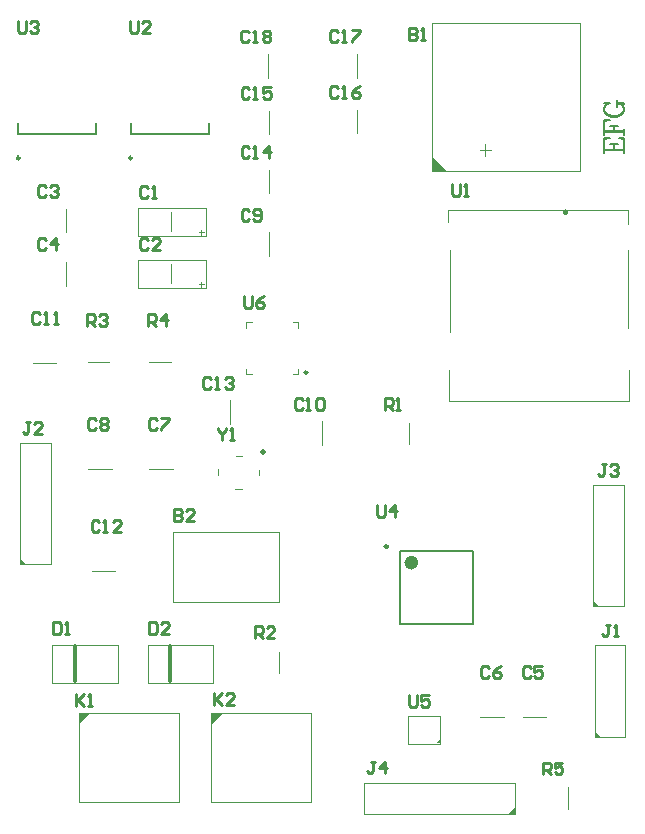
<source format=gto>
G04 Layer_Color=65535*
%FSLAX25Y25*%
%MOIN*%
G70*
G01*
G75*
%ADD30C,0.01000*%
%ADD31C,0.01181*%
%ADD42C,0.00984*%
%ADD43C,0.02362*%
%ADD44C,0.01968*%
%ADD45C,0.00394*%
%ADD46C,0.00787*%
G36*
X301780Y132831D02*
X299811D01*
Y134799D01*
X301780Y132831D01*
D02*
G37*
G36*
X127559Y136721D02*
Y140657D01*
X131496D01*
X127559Y136721D01*
D02*
G37*
G36*
X273059Y107102D02*
X270992D01*
X272862Y108972D01*
X273059D01*
Y107102D01*
D02*
G37*
G36*
X247941Y130724D02*
X246760D01*
X247941Y131905D01*
Y130724D01*
D02*
G37*
G36*
X110146Y190252D02*
X108079D01*
X108177Y190350D01*
Y192122D01*
X108276D01*
X110146Y190252D01*
D02*
G37*
G36*
X250398Y321535D02*
X245476D01*
Y326457D01*
X250398Y321535D01*
D02*
G37*
G36*
X171661Y136728D02*
Y140665D01*
X175598D01*
X171661Y136728D01*
D02*
G37*
G36*
X301091Y176236D02*
X299024D01*
X299122Y176335D01*
Y178106D01*
X299220D01*
X301091Y176236D01*
D02*
G37*
D30*
X237795Y369003D02*
Y365067D01*
X239763D01*
X240419Y365723D01*
Y366379D01*
X239763Y367035D01*
X237795D01*
X239763D01*
X240419Y367691D01*
Y368347D01*
X239763Y369003D01*
X237795D01*
X241731Y365067D02*
X243043D01*
X242387D01*
Y369003D01*
X241731Y368347D01*
X159483Y208814D02*
Y204878D01*
X161451D01*
X162107Y205534D01*
Y206190D01*
X161451Y206846D01*
X159483D01*
X161451D01*
X162107Y207502D01*
Y208158D01*
X161451Y208814D01*
X159483D01*
X166042Y204878D02*
X163418D01*
X166042Y207502D01*
Y208158D01*
X165386Y208814D01*
X164074D01*
X163418Y208158D01*
X150707Y315658D02*
X150050Y316314D01*
X148739D01*
X148083Y315658D01*
Y313034D01*
X148739Y312378D01*
X150050D01*
X150707Y313034D01*
X152018Y312378D02*
X153330D01*
X152674D01*
Y316314D01*
X152018Y315658D01*
X150707Y298358D02*
X150050Y299014D01*
X148739D01*
X148083Y298358D01*
Y295734D01*
X148739Y295078D01*
X150050D01*
X150707Y295734D01*
X154642Y295078D02*
X152018D01*
X154642Y297702D01*
Y298358D01*
X153986Y299014D01*
X152674D01*
X152018Y298358D01*
X116806Y316058D02*
X116150Y316714D01*
X114839D01*
X114183Y316058D01*
Y313434D01*
X114839Y312778D01*
X116150D01*
X116806Y313434D01*
X118118Y316058D02*
X118774Y316714D01*
X120086D01*
X120742Y316058D01*
Y315402D01*
X120086Y314746D01*
X119430D01*
X120086D01*
X120742Y314090D01*
Y313434D01*
X120086Y312778D01*
X118774D01*
X118118Y313434D01*
X116806Y298358D02*
X116150Y299014D01*
X114839D01*
X114183Y298358D01*
Y295734D01*
X114839Y295078D01*
X116150D01*
X116806Y295734D01*
X120086Y295078D02*
Y299014D01*
X118118Y297046D01*
X120742D01*
X278206Y155758D02*
X277551Y156414D01*
X276239D01*
X275583Y155758D01*
Y153134D01*
X276239Y152478D01*
X277551D01*
X278206Y153134D01*
X282142Y156414D02*
X279518D01*
Y154446D01*
X280830Y155102D01*
X281486D01*
X282142Y154446D01*
Y153134D01*
X281486Y152478D01*
X280174D01*
X279518Y153134D01*
X264435Y155748D02*
X263779Y156404D01*
X262467D01*
X261811Y155748D01*
Y153124D01*
X262467Y152469D01*
X263779D01*
X264435Y153124D01*
X268371Y156404D02*
X267059Y155748D01*
X265747Y154436D01*
Y153124D01*
X266403Y152469D01*
X267715D01*
X268371Y153124D01*
Y153780D01*
X267715Y154436D01*
X265747D01*
X153806Y238458D02*
X153150Y239114D01*
X151839D01*
X151183Y238458D01*
Y235834D01*
X151839Y235178D01*
X153150D01*
X153806Y235834D01*
X155118Y239114D02*
X157742D01*
Y238458D01*
X155118Y235834D01*
Y235178D01*
X133307Y238458D02*
X132650Y239114D01*
X131339D01*
X130683Y238458D01*
Y235834D01*
X131339Y235178D01*
X132650D01*
X133307Y235834D01*
X134618Y238458D02*
X135274Y239114D01*
X136586D01*
X137242Y238458D01*
Y237802D01*
X136586Y237146D01*
X137242Y236490D01*
Y235834D01*
X136586Y235178D01*
X135274D01*
X134618Y235834D01*
Y236490D01*
X135274Y237146D01*
X134618Y237802D01*
Y238458D01*
X135274Y237146D02*
X136586D01*
X184506Y308158D02*
X183851Y308814D01*
X182539D01*
X181883Y308158D01*
Y305534D01*
X182539Y304878D01*
X183851D01*
X184506Y305534D01*
X185818D02*
X186474Y304878D01*
X187786D01*
X188442Y305534D01*
Y308158D01*
X187786Y308814D01*
X186474D01*
X185818Y308158D01*
Y307502D01*
X186474Y306846D01*
X188442D01*
X202206Y245158D02*
X201551Y245814D01*
X200239D01*
X199583Y245158D01*
Y242534D01*
X200239Y241878D01*
X201551D01*
X202206Y242534D01*
X203518Y241878D02*
X204830D01*
X204174D01*
Y245814D01*
X203518Y245158D01*
X206798D02*
X207454Y245814D01*
X208766D01*
X209422Y245158D01*
Y242534D01*
X208766Y241878D01*
X207454D01*
X206798Y242534D01*
Y245158D01*
X114806Y273758D02*
X114151Y274414D01*
X112839D01*
X112183Y273758D01*
Y271134D01*
X112839Y270478D01*
X114151D01*
X114806Y271134D01*
X116118Y270478D02*
X117430D01*
X116774D01*
Y274414D01*
X116118Y273758D01*
X119398Y270478D02*
X120710D01*
X120054D01*
Y274414D01*
X119398Y273758D01*
X134506Y204258D02*
X133851Y204914D01*
X132539D01*
X131883Y204258D01*
Y201634D01*
X132539Y200978D01*
X133851D01*
X134506Y201634D01*
X135818Y200978D02*
X137130D01*
X136474D01*
Y204914D01*
X135818Y204258D01*
X141722Y200978D02*
X139098D01*
X141722Y203602D01*
Y204258D01*
X141066Y204914D01*
X139754D01*
X139098Y204258D01*
X171706Y252158D02*
X171051Y252814D01*
X169739D01*
X169083Y252158D01*
Y249534D01*
X169739Y248878D01*
X171051D01*
X171706Y249534D01*
X173018Y248878D02*
X174330D01*
X173674D01*
Y252814D01*
X173018Y252158D01*
X176298D02*
X176954Y252814D01*
X178266D01*
X178922Y252158D01*
Y251502D01*
X178266Y250846D01*
X177610D01*
X178266D01*
X178922Y250190D01*
Y249534D01*
X178266Y248878D01*
X176954D01*
X176298Y249534D01*
X184506Y329158D02*
X183851Y329814D01*
X182539D01*
X181883Y329158D01*
Y326534D01*
X182539Y325878D01*
X183851D01*
X184506Y326534D01*
X185818Y325878D02*
X187130D01*
X186474D01*
Y329814D01*
X185818Y329158D01*
X191066Y325878D02*
Y329814D01*
X189098Y327846D01*
X191722D01*
X184506Y348758D02*
X183851Y349414D01*
X182539D01*
X181883Y348758D01*
Y346134D01*
X182539Y345478D01*
X183851D01*
X184506Y346134D01*
X185818Y345478D02*
X187130D01*
X186474D01*
Y349414D01*
X185818Y348758D01*
X191722Y349414D02*
X189098D01*
Y347446D01*
X190410Y348102D01*
X191066D01*
X191722Y347446D01*
Y346134D01*
X191066Y345478D01*
X189754D01*
X189098Y346134D01*
X214106Y349158D02*
X213451Y349814D01*
X212139D01*
X211483Y349158D01*
Y346534D01*
X212139Y345878D01*
X213451D01*
X214106Y346534D01*
X215418Y345878D02*
X216730D01*
X216074D01*
Y349814D01*
X215418Y349158D01*
X221322Y349814D02*
X220010Y349158D01*
X218698Y347846D01*
Y346534D01*
X219354Y345878D01*
X220666D01*
X221322Y346534D01*
Y347190D01*
X220666Y347846D01*
X218698D01*
X214106Y367658D02*
X213451Y368314D01*
X212139D01*
X211483Y367658D01*
Y365034D01*
X212139Y364378D01*
X213451D01*
X214106Y365034D01*
X215418Y364378D02*
X216730D01*
X216074D01*
Y368314D01*
X215418Y367658D01*
X218698Y368314D02*
X221322D01*
Y367658D01*
X218698Y365034D01*
Y364378D01*
X184307Y367558D02*
X183651Y368214D01*
X182339D01*
X181683Y367558D01*
Y364934D01*
X182339Y364278D01*
X183651D01*
X184307Y364934D01*
X185618Y364278D02*
X186930D01*
X186274D01*
Y368214D01*
X185618Y367558D01*
X188898D02*
X189554Y368214D01*
X190866D01*
X191522Y367558D01*
Y366902D01*
X190866Y366246D01*
X191522Y365590D01*
Y364934D01*
X190866Y364278D01*
X189554D01*
X188898Y364934D01*
Y365590D01*
X189554Y366246D01*
X188898Y366902D01*
Y367558D01*
X189554Y366246D02*
X190866D01*
X119183Y171014D02*
Y167078D01*
X121151D01*
X121807Y167734D01*
Y170358D01*
X121151Y171014D01*
X119183D01*
X123118Y167078D02*
X124430D01*
X123774D01*
Y171014D01*
X123118Y170358D01*
X150983Y171014D02*
Y167078D01*
X152951D01*
X153606Y167734D01*
Y170358D01*
X152951Y171014D01*
X150983D01*
X157542Y167078D02*
X154918D01*
X157542Y169702D01*
Y170358D01*
X156886Y171014D01*
X155574D01*
X154918Y170358D01*
X304592Y170184D02*
X303280D01*
X303936D01*
Y166904D01*
X303280Y166248D01*
X302625D01*
X301969Y166904D01*
X305904Y166248D02*
X307216D01*
X306560D01*
Y170184D01*
X305904Y169528D01*
X111506Y237714D02*
X110195D01*
X110851D01*
Y234434D01*
X110195Y233778D01*
X109539D01*
X108883Y234434D01*
X115442Y233778D02*
X112818D01*
X115442Y236402D01*
Y237058D01*
X114786Y237714D01*
X113474D01*
X112818Y237058D01*
X303411Y223727D02*
X302099D01*
X302755D01*
Y220447D01*
X302099Y219791D01*
X301443D01*
X300787Y220447D01*
X304723Y223071D02*
X305379Y223727D01*
X306691D01*
X307347Y223071D01*
Y222415D01*
X306691Y221759D01*
X306035D01*
X306691D01*
X307347Y221103D01*
Y220447D01*
X306691Y219791D01*
X305379D01*
X304723Y220447D01*
X226307Y124514D02*
X224995D01*
X225651D01*
Y121234D01*
X224995Y120578D01*
X224339D01*
X223683Y121234D01*
X229586Y120578D02*
Y124514D01*
X227618Y122546D01*
X230242D01*
X126772Y146955D02*
Y143020D01*
Y144332D01*
X129395Y146955D01*
X127428Y144988D01*
X129395Y143020D01*
X130707D02*
X132019D01*
X131363D01*
Y146955D01*
X130707Y146300D01*
X172835Y147349D02*
Y143413D01*
Y144725D01*
X175459Y147349D01*
X173491Y145381D01*
X175459Y143413D01*
X179394D02*
X176770D01*
X179394Y146037D01*
Y146693D01*
X178738Y147349D01*
X177426D01*
X176770Y146693D01*
X229583Y241878D02*
Y245814D01*
X231551D01*
X232207Y245158D01*
Y243846D01*
X231551Y243190D01*
X229583D01*
X230895D02*
X232207Y241878D01*
X233518D02*
X234830D01*
X234174D01*
Y245814D01*
X233518Y245158D01*
X186283Y165878D02*
Y169814D01*
X188251D01*
X188907Y169158D01*
Y167846D01*
X188251Y167190D01*
X186283D01*
X187595D02*
X188907Y165878D01*
X192842D02*
X190218D01*
X192842Y168502D01*
Y169158D01*
X192186Y169814D01*
X190874D01*
X190218Y169158D01*
X130383Y269878D02*
Y273814D01*
X132351D01*
X133007Y273158D01*
Y271846D01*
X132351Y271190D01*
X130383D01*
X131695D02*
X133007Y269878D01*
X134318Y273158D02*
X134974Y273814D01*
X136286D01*
X136942Y273158D01*
Y272502D01*
X136286Y271846D01*
X135630D01*
X136286D01*
X136942Y271190D01*
Y270534D01*
X136286Y269878D01*
X134974D01*
X134318Y270534D01*
X150783Y269878D02*
Y273814D01*
X152751D01*
X153407Y273158D01*
Y271846D01*
X152751Y271190D01*
X150783D01*
X152095D02*
X153407Y269878D01*
X156686D02*
Y273814D01*
X154718Y271846D01*
X157342D01*
X282283Y120278D02*
Y124214D01*
X284251D01*
X284907Y123558D01*
Y122246D01*
X284251Y121590D01*
X282283D01*
X283595D02*
X284907Y120278D01*
X288842Y124214D02*
X286218D01*
Y122246D01*
X287530Y122902D01*
X288186D01*
X288842Y122246D01*
Y120934D01*
X288186Y120278D01*
X286874D01*
X286218Y120934D01*
X251969Y317034D02*
Y313754D01*
X252625Y313098D01*
X253936D01*
X254592Y313754D01*
Y317034D01*
X255904Y313098D02*
X257216D01*
X256560D01*
Y317034D01*
X255904Y316378D01*
X144783Y371314D02*
Y368034D01*
X145439Y367378D01*
X146750D01*
X147406Y368034D01*
Y371314D01*
X151342Y367378D02*
X148718D01*
X151342Y370002D01*
Y370658D01*
X150686Y371314D01*
X149374D01*
X148718Y370658D01*
X107383Y371314D02*
Y368034D01*
X108039Y367378D01*
X109351D01*
X110006Y368034D01*
Y371314D01*
X111318Y370658D02*
X111974Y371314D01*
X113286D01*
X113942Y370658D01*
Y370002D01*
X113286Y369346D01*
X112630D01*
X113286D01*
X113942Y368690D01*
Y368034D01*
X113286Y367378D01*
X111974D01*
X111318Y368034D01*
X227183Y210114D02*
Y206834D01*
X227839Y206178D01*
X229151D01*
X229806Y206834D01*
Y210114D01*
X233086Y206178D02*
Y210114D01*
X231118Y208146D01*
X233742D01*
X237795Y146562D02*
Y143282D01*
X238451Y142626D01*
X239763D01*
X240419Y143282D01*
Y146562D01*
X244355D02*
X241731D01*
Y144594D01*
X243043Y145250D01*
X243699D01*
X244355Y144594D01*
Y143282D01*
X243699Y142626D01*
X242387D01*
X241731Y143282D01*
X182683Y279714D02*
Y276434D01*
X183339Y275778D01*
X184651D01*
X185307Y276434D01*
Y279714D01*
X189242D02*
X187930Y279058D01*
X186618Y277746D01*
Y276434D01*
X187274Y275778D01*
X188586D01*
X189242Y276434D01*
Y277090D01*
X188586Y277746D01*
X186618D01*
X174083Y235614D02*
Y234958D01*
X175395Y233646D01*
X176707Y234958D01*
Y235614D01*
X175395Y233646D02*
Y231678D01*
X178018D02*
X179330D01*
X178674D01*
Y235614D01*
X178018Y234958D01*
D31*
X126235Y151301D02*
Y163201D01*
X158125Y151301D02*
Y163201D01*
D42*
X290354Y307564D02*
G03*
X290354Y307564I-492J0D01*
G01*
X145362Y325705D02*
G03*
X145362Y325705I-492J0D01*
G01*
X107961D02*
G03*
X107961Y325705I-492J0D01*
G01*
X230618Y196177D02*
G03*
X230618Y196177I-492J0D01*
G01*
X203847Y254248D02*
G03*
X203847Y254248I-492J0D01*
G01*
D43*
X239673Y190862D02*
G03*
X239673Y190862I-1181J0D01*
G01*
D44*
X188984Y227673D02*
D03*
D45*
X245476Y321535D02*
X294689D01*
Y370748D01*
X245476D02*
X294689D01*
X245476Y321535D02*
Y370748D01*
X263193Y326457D02*
Y330394D01*
X261224Y328425D02*
X265161D01*
X159063Y177673D02*
X194496D01*
X159063D02*
Y200902D01*
X194496D01*
Y177673D02*
Y200902D01*
X168512Y299721D02*
Y301689D01*
Y300902D02*
Y301689D01*
X167724Y300902D02*
X169299D01*
X170087Y299721D02*
Y309169D01*
X147252D02*
X170087D01*
X147252Y299721D02*
Y309169D01*
Y299721D02*
X170087D01*
X158276Y301295D02*
Y307594D01*
X168512Y282398D02*
Y284366D01*
Y283579D02*
Y284366D01*
X167724Y283579D02*
X169299D01*
X170087Y282398D02*
Y291846D01*
X147252D02*
X170087D01*
X147252Y282398D02*
Y291846D01*
Y282398D02*
X170087D01*
X158276Y283972D02*
Y290272D01*
X123236Y300902D02*
Y308776D01*
Y283185D02*
Y291059D01*
X275598Y139484D02*
X283472D01*
X261425D02*
X269299D01*
X151189Y222161D02*
X159063D01*
X130717D02*
X138591D01*
X190953Y293028D02*
Y300902D01*
X208669Y230035D02*
Y237910D01*
X112205Y257488D02*
X120079D01*
X131898Y187909D02*
X139772D01*
X178150Y237016D02*
Y244890D01*
X190945Y313984D02*
Y321858D01*
X190953Y333579D02*
Y341453D01*
X220480Y333972D02*
Y341846D01*
Y352476D02*
Y360350D01*
X190748Y352370D02*
Y360244D01*
X118835Y150801D02*
Y163501D01*
Y150801D02*
X140535D01*
Y163501D01*
X118835D02*
X140535D01*
X150725Y150801D02*
Y163501D01*
Y150801D02*
X172425D01*
Y163501D01*
X150725D02*
X172425D01*
X299811Y132831D02*
X309653D01*
Y163342D01*
X299811D02*
X309653D01*
X299811Y162358D02*
Y163342D01*
Y132831D02*
Y162358D01*
X108177Y190252D02*
Y230606D01*
X118413D01*
Y190252D02*
Y230606D01*
X108177Y190252D02*
X118413D01*
X299122Y176236D02*
Y216590D01*
X309358D01*
Y176236D02*
Y216590D01*
X299122Y176236D02*
X309358D01*
X273059Y107201D02*
Y117339D01*
X222862D02*
X273059D01*
X222862Y107201D02*
Y117339D01*
Y107201D02*
X273059D01*
X127559Y111130D02*
Y140657D01*
Y111130D02*
X161024D01*
Y140657D01*
X127559D02*
X161024D01*
X171661Y111138D02*
Y140665D01*
Y111138D02*
X205126D01*
Y140665D01*
X171661D02*
X205126D01*
X237795Y230421D02*
Y237508D01*
X194488Y154043D02*
Y161130D01*
X130717Y257594D02*
X137803D01*
X151189D02*
X158276D01*
X290583Y108835D02*
Y115921D01*
X310693Y303823D02*
Y308547D01*
Y269177D02*
Y295161D01*
X250850Y308547D02*
X310693D01*
X250850Y304217D02*
Y308547D01*
X251244Y267602D02*
Y295161D01*
X251116Y244581D02*
X311087D01*
X251116D02*
Y254907D01*
X311087Y244581D02*
Y254907D01*
X248138Y130527D02*
Y139779D01*
X237311D02*
X248138D01*
X237311Y130527D02*
Y139779D01*
Y130527D02*
X248138D01*
X200795Y253658D02*
Y255528D01*
X198925Y253658D02*
X200795D01*
X183473D02*
X185343D01*
X183473D02*
Y255528D01*
Y269110D02*
Y270980D01*
X185343D01*
X200795Y269110D02*
Y270980D01*
X198925D02*
X200795D01*
X174024Y220193D02*
Y222161D01*
X187803Y220193D02*
Y221768D01*
X179929Y226492D02*
X181898D01*
X179535Y215469D02*
X181898D01*
D46*
X144890Y333776D02*
Y337516D01*
Y333776D02*
X170874D01*
Y337516D01*
X107488Y333776D02*
Y337516D01*
Y333776D02*
X133472D01*
Y337516D01*
X234555Y170390D02*
X258965D01*
X234555Y194799D02*
X258965D01*
Y170390D02*
Y194799D01*
X234555Y170390D02*
Y194799D01*
X302757Y328228D02*
X309449D01*
X302757Y328546D02*
X309449D01*
X304669Y330458D02*
X307218D01*
X302757Y327272D02*
Y332370D01*
X304669D01*
X302757Y332051D01*
X305944Y328546D02*
Y330458D01*
X309449Y327272D02*
Y332370D01*
X307537D01*
X309449Y332051D01*
X302757Y334250D02*
X309449D01*
X302757Y334569D02*
X309449D01*
X304669Y336480D02*
X307218D01*
X302757Y333294D02*
Y338392D01*
X304669D01*
X302757Y338074D01*
X305944Y334569D02*
Y336480D01*
X309449Y333294D02*
Y335525D01*
X303713Y343777D02*
X304669Y344096D01*
X302757D01*
X303713Y343777D01*
X303076Y343140D01*
X302757Y342184D01*
Y341547D01*
X303076Y340591D01*
X303713Y339954D01*
X304351Y339635D01*
X305307Y339316D01*
X306900D01*
X307856Y339635D01*
X308493Y339954D01*
X309130Y340591D01*
X309449Y341547D01*
Y342184D01*
X309130Y343140D01*
X308493Y343777D01*
X302757Y341547D02*
X303076Y340910D01*
X303713Y340272D01*
X304351Y339954D01*
X305307Y339635D01*
X306900D01*
X307856Y339954D01*
X308493Y340272D01*
X309130Y340910D01*
X309449Y341547D01*
X306900Y343777D02*
X309449D01*
X306900Y344096D02*
X309449D01*
X306900Y342821D02*
Y345052D01*
M02*

</source>
